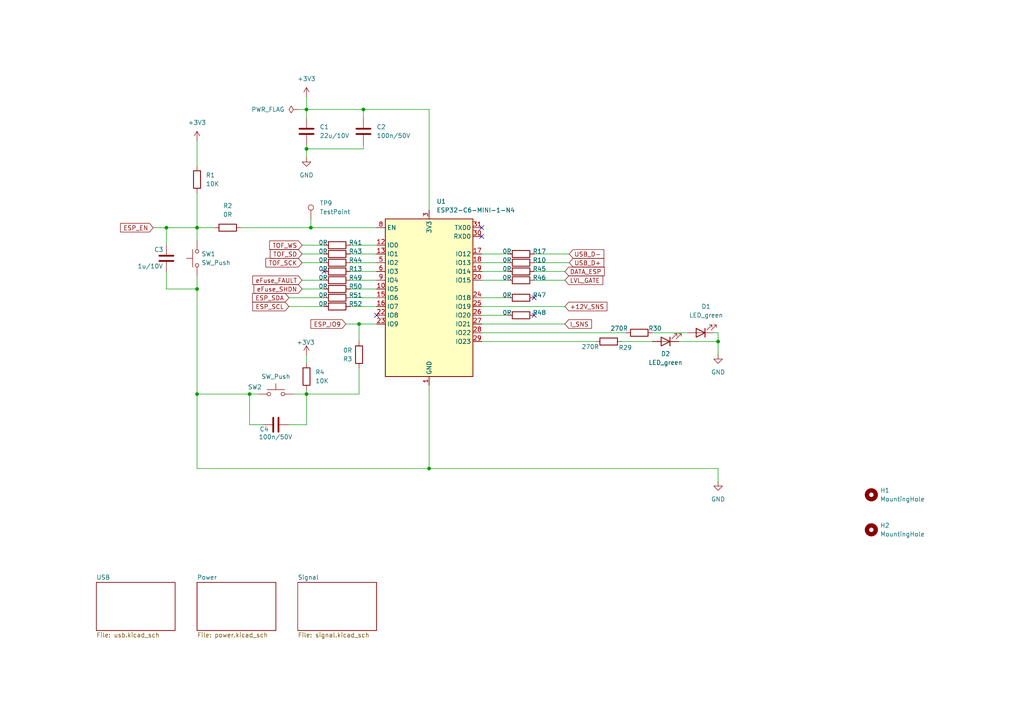
<source format=kicad_sch>
(kicad_sch (version 20250114) (generator "eeschema") (generator_version "9.0")
  (paper "A4")
  (title_block (title "LED stand lampe controller") (rev "2.0"))
  (lib_symbols
    (symbol "Connector:TestPoint" (pin_numbers (hide yes)) (pin_names (offset 0.762) (hide yes))
      (property "Reference" "TP" (at 0 6.858 0))
      (property "Value" "TestPoint" (at 0 5.08 0))
      (symbol "TestPoint_0_1"
        (circle (center 0 3.302) (radius 0.762))
      )
      (symbol "TestPoint_1_1"
        (pin passive line (at 0 0 90) (length 2.54) (name "1") (number "1"))
      )
    )
    (symbol "Device:C" (pin_numbers (hide yes)) (pin_names (offset 0.254))
      (property "Reference" "C" (at 0.635 2.54 0))
      (property "Value" "C" (at 0.635 -2.54 0))
      (symbol "C_0_1"
        (polyline (pts (xy -2.032 0.762) (xy 2.032 0.762)) (stroke (width 0.508)))
        (polyline (pts (xy -2.032 -0.762) (xy 2.032 -0.762)) (stroke (width 0.508)))
      )
      (symbol "C_1_1"
        (pin passive line (at 0 3.81 270) (length 2.794) (name "~") (number "1"))
        (pin passive line (at 0 -3.81 90) (length 2.794) (name "~") (number "2"))
      )
    )
    (symbol "Device:LED" (pin_numbers (hide yes)) (pin_names (offset 1.016) (hide yes))
      (property "Reference" "D" (at 0 2.54 0))
      (property "Value" "LED" (at 0 -2.54 0))
      (symbol "LED_0_1"
        (polyline (pts (xy -3.048 -0.762) (xy -4.572 -2.286) (xy -3.81 -2.286) (xy -4.572 -2.286) (xy -4.572 -1.524)))
        (polyline (pts (xy -1.778 -0.762) (xy -3.302 -2.286) (xy -2.54 -2.286) (xy -3.302 -2.286) (xy -3.302 -1.524)))
        (polyline (pts (xy -1.27 0) (xy 1.27 0)))
        (polyline (pts (xy -1.27 -1.27) (xy -1.27 1.27)) (stroke (width 0.254)))
        (polyline (pts (xy 1.27 -1.27) (xy 1.27 1.27) (xy -1.27 0) (xy 1.27 -1.27)) (stroke (width 0.254)))
      )
      (symbol "LED_1_1"
        (pin passive line (at -3.81 0 0) (length 2.54) (name "K") (number "1"))
        (pin passive line (at 3.81 0 180) (length 2.54) (name "A") (number "2"))
      )
    )
    (symbol "Device:R" (pin_numbers (hide yes)) (pin_names (offset 0))
      (property "Reference" "R" (at 2.032 0 90))
      (property "Value" "R" (at 0 0 90))
      (symbol "R_0_1"
        (rectangle (start -1.016 -2.54) (end 1.016 2.54) (stroke (width 0.254)))
      )
      (symbol "R_1_1"
        (pin passive line (at 0 3.81 270) (length 1.27) (name "~") (number "1"))
        (pin passive line (at 0 -3.81 90) (length 1.27) (name "~") (number "2"))
      )
    )
    (symbol "Mechanical:MountingHole" (pin_names (offset 1.016)) (in_bom no)
      (property "Reference" "H" (at 0 5.08 0))
      (property "Value" "MountingHole" (at 0 3.175 0))
      (symbol "MountingHole_0_1"
        (circle (center 0 0) (radius 1.27) (stroke (width 1.27)))
      )
    )
    (symbol "RF_Module:ESP32-C6-MINI-1"
      (property "Reference" "U" (at -11.43 24.13 0))
      (property "Value" "ESP32-C6-MINI-1" (at 12.7 24.13 0))
      (symbol "ESP32-C6-MINI-1_0_1"
        (rectangle (start -12.7 22.86) (end 12.7 -22.86) (stroke (width 0.254)) (fill (type background)))
      )
      (symbol "ESP32-C6-MINI-1_1_1"
        (pin input line (at -15.24 20.32 0) (length 2.54) (name "EN") (number "8"))
        (pin bidirectional line (at -15.24 15.24 0) (length 2.54) (name "IO0") (number "12"))
        (pin bidirectional line (at -15.24 12.7 0) (length 2.54) (name "IO1") (number "13"))
        (pin bidirectional line (at -15.24 10.16 0) (length 2.54) (name "IO2") (number "5"))
        (pin bidirectional line (at -15.24 7.62 0) (length 2.54) (name "IO3") (number "6"))
        (pin bidirectional line (at -15.24 5.08 0) (length 2.54) (name "IO4") (number "9"))
        (pin bidirectional line (at -15.24 2.54 0) (length 2.54) (name "IO5") (number "10"))
        (pin bidirectional line (at -15.24 0 0) (length 2.54) (name "IO6") (number "15"))
        (pin bidirectional line (at -15.24 -2.54 0) (length 2.54) (name "IO7") (number "16"))
        (pin bidirectional line (at -15.24 -5.08 0) (length 2.54) (name "IO8") (number "22"))
        (pin bidirectional line (at -15.24 -7.62 0) (length 2.54) (name "IO9") (number "23"))
        (pin no_connect line (at -12.7 -12.7 0) (length 2.54) (hide yes) (name "NC") (number "32"))
        (pin no_connect line (at -12.7 -15.24 0) (length 2.54) (hide yes) (name "NC") (number "33"))
        (pin no_connect line (at -12.7 -17.78 0) (length 2.54) (hide yes) (name "NC") (number "34"))
        (pin no_connect line (at -12.7 -20.32 0) (length 2.54) (hide yes) (name "NC") (number "35"))
        (pin power_in line (at 0 25.4 270) (length 2.54) (name "3V3") (number "3"))
        (pin power_in line (at 0 -25.4 90) (length 2.54) (name "GND") (number "1"))
        (pin passive line (at 0 -25.4 90) (length 2.54) (hide yes) (name "GND") (number "11"))
        (pin passive line (at 0 -25.4 90) (length 2.54) (hide yes) (name "GND") (number "14"))
        (pin passive line (at 0 -25.4 90) (length 2.54) (hide yes) (name "GND") (number "2"))
        (pin passive line (at 0 -25.4 90) (length 2.54) (hide yes) (name "GND") (number "36"))
        (pin passive line (at 0 -25.4 90) (length 2.54) (hide yes) (name "GND") (number "37"))
        (pin passive line (at 0 -25.4 90) (length 2.54) (hide yes) (name "GND") (number "38"))
        (pin passive line (at 0 -25.4 90) (length 2.54) (hide yes) (name "GND") (number "39"))
        (pin passive line (at 0 -25.4 90) (length 2.54) (hide yes) (name "GND") (number "40"))
        (pin passive line (at 0 -25.4 90) (length 2.54) (hide yes) (name "GND") (number "41"))
        (pin passive line (at 0 -25.4 90) (length 2.54) (hide yes) (name "GND") (number "42"))
        (pin passive line (at 0 -25.4 90) (length 2.54) (hide yes) (name "GND") (number "43"))
        (pin passive line (at 0 -25.4 90) (length 2.54) (hide yes) (name "GND") (number "44"))
        (pin passive line (at 0 -25.4 90) (length 2.54) (hide yes) (name "GND") (number "45"))
        (pin passive line (at 0 -25.4 90) (length 2.54) (hide yes) (name "GND") (number "46"))
        (pin passive line (at 0 -25.4 90) (length 2.54) (hide yes) (name "GND") (number "47"))
        (pin passive line (at 0 -25.4 90) (length 2.54) (hide yes) (name "GND") (number "48"))
        (pin passive line (at 0 -25.4 90) (length 2.54) (hide yes) (name "GND") (number "49"))
        (pin passive line (at 0 -25.4 90) (length 2.54) (hide yes) (name "GND") (number "50"))
        (pin passive line (at 0 -25.4 90) (length 2.54) (hide yes) (name "GND") (number "51"))
        (pin passive line (at 0 -25.4 90) (length 2.54) (hide yes) (name "GND") (number "52"))
        (pin passive line (at 0 -25.4 90) (length 2.54) (hide yes) (name "GND") (number "53"))
        (pin no_connect line (at 12.7 -15.24 180) (length 2.54) (hide yes) (name "NC") (number "4"))
        (pin no_connect line (at 12.7 -17.78 180) (length 2.54) (hide yes) (name "NC") (number "7"))
        (pin no_connect line (at 12.7 -20.32 180) (length 2.54) (hide yes) (name "NC") (number "21"))
        (pin bidirectional line (at 15.24 20.32 180) (length 2.54) (name "TXD0") (number "31"))
        (pin bidirectional line (at 15.24 17.78 180) (length 2.54) (name "RXD0") (number "30"))
        (pin bidirectional line (at 15.24 12.7 180) (length 2.54) (name "IO12") (number "17"))
        (pin bidirectional line (at 15.24 10.16 180) (length 2.54) (name "IO13") (number "18"))
        (pin bidirectional line (at 15.24 7.62 180) (length 2.54) (name "IO14") (number "19"))
        (pin bidirectional line (at 15.24 5.08 180) (length 2.54) (name "IO15") (number "20"))
        (pin bidirectional line (at 15.24 0 180) (length 2.54) (name "IO18") (number "24"))
        (pin bidirectional line (at 15.24 -2.54 180) (length 2.54) (name "IO19") (number "25"))
        (pin bidirectional line (at 15.24 -5.08 180) (length 2.54) (name "IO20") (number "26"))
        (pin bidirectional line (at 15.24 -7.62 180) (length 2.54) (name "IO21") (number "27"))
        (pin bidirectional line (at 15.24 -10.16 180) (length 2.54) (name "IO22") (number "28"))
        (pin bidirectional line (at 15.24 -12.7 180) (length 2.54) (name "IO23") (number "29"))
      )
    )
    (symbol "Switch:SW_Push" (pin_numbers (hide yes)) (pin_names (offset 1.016) (hide yes))
      (property "Reference" "SW" (at 1.27 2.54 0))
      (property "Value" "SW_Push" (at 0 -1.524 0))
      (symbol "SW_Push_0_1"
        (circle (center -2.032 0) (radius 0.508))
        (polyline (pts (xy 0 1.27) (xy 0 3.048)))
        (circle (center 2.032 0) (radius 0.508))
        (polyline (pts (xy 2.54 1.27) (xy -2.54 1.27)))
        (pin passive line (at -5.08 0 0) (length 2.54) (name "1") (number "1"))
        (pin passive line (at 5.08 0 180) (length 2.54) (name "2") (number "2"))
      )
    )
    (symbol "power:+3V3" (power) (pin_numbers (hide yes)) (pin_names (offset 0) (hide yes))
      (property "Value" "+3V3" (at 0 3.556 0))
      (symbol "+3V3_0_1"
        (polyline (pts (xy -0.762 1.27) (xy 0 2.54)))
        (polyline (pts (xy 0 2.54) (xy 0.762 1.27)))
        (polyline (pts (xy 0 0) (xy 0 2.54)))
      )
      (symbol "+3V3_1_1"
        (pin power_in line (at 0 0 90) (length 0) (name "~") (number "1"))
      )
    )
    (symbol "power:GND" (power) (pin_numbers (hide yes)) (pin_names (offset 0) (hide yes))
      (property "Value" "GND" (at 0 -3.81 0))
      (symbol "GND_0_1"
        (polyline (pts (xy 0 0) (xy 0 -1.27) (xy 1.27 -1.27) (xy 0 -2.54) (xy -1.27 -1.27) (xy 0 -1.27)))
      )
      (symbol "GND_1_1"
        (pin power_in line (at 0 0 270) (length 0) (name "~") (number "1"))
      )
    )
    (symbol "power:PWR_FLAG" (power) (pin_numbers (hide yes)) (pin_names (offset 0) (hide yes))
      (property "Value" "PWR_FLAG" (at 0 3.81 0))
      (symbol "PWR_FLAG_0_0"
        (pin power_out line (at 0 0 90) (length 0) (name "~") (number "1"))
      )
      (symbol "PWR_FLAG_0_1"
        (polyline (pts (xy 0 0) (xy 0 1.27) (xy -1.016 1.905) (xy 0 2.54) (xy 1.016 1.905) (xy 0 1.27)))
      )
    )
  )
  (junction (at 208.28 99.06))
  (junction (at 57.15 83.82))
  (junction (at 48.26 66.04))
  (junction (at 88.9 114.3))
  (junction (at 105.41 31.75))
  (junction (at 57.15 66.04))
  (junction (at 57.15 114.3))
  (junction (at 88.9 31.75))
  (junction (at 72.39 114.3))
  (junction (at 90.17 66.04))
  (junction (at 88.9 43.18))
  (junction (at 124.46 135.89))
  (junction (at 104.14 93.98))
  (no_connect (at 139.7 66.04))
  (no_connect (at 154.94 91.44))
  (no_connect (at 109.22 91.44))
  (no_connect (at 139.7 68.58))
  (no_connect (at 154.94 86.36))
  (no_connect (at 93.98 78.74))
  (wire (pts (xy 101.6 76.2) (xy 109.22 76.2)))
  (wire (pts (xy 124.46 111.76) (xy 124.46 135.89)))
  (wire (pts (xy 180.34 99.06) (xy 189.23 99.06)))
  (wire (pts (xy 139.7 78.74) (xy 147.32 78.74)))
  (wire (pts (xy 154.94 73.66) (xy 165.1 73.66)))
  (wire (pts (xy 139.7 96.52) (xy 181.61 96.52)))
  (wire (pts (xy 139.7 99.06) (xy 172.72 99.06)))
  (wire (pts (xy 139.7 73.66) (xy 147.32 73.66)))
  (wire (pts (xy 48.26 66.04) (xy 57.15 66.04)))
  (wire (pts (xy 88.9 43.18) (xy 105.41 43.18)))
  (wire (pts (xy 109.22 83.82) (xy 101.6 83.82)))
  (wire (pts (xy 72.39 123.19) (xy 72.39 114.3)))
  (wire (pts (xy 93.98 81.28) (xy 87.63 81.28)))
  (wire (pts (xy 139.7 81.28) (xy 147.32 81.28)))
  (wire (pts (xy 101.6 73.66) (xy 109.22 73.66)))
  (wire (pts (xy 100.33 93.98) (xy 104.14 93.98)))
  (wire (pts (xy 124.46 135.89) (xy 208.28 135.89)))
  (wire (pts (xy 109.22 81.28) (xy 101.6 81.28)))
  (wire (pts (xy 104.14 114.3) (xy 88.9 114.3)))
  (wire (pts (xy 139.7 86.36) (xy 147.32 86.36)))
  (wire (pts (xy 139.7 91.44) (xy 147.32 91.44)))
  (wire (pts (xy 69.85 66.04) (xy 90.17 66.04)))
  (wire (pts (xy 90.17 63.5) (xy 90.17 66.04)))
  (wire (pts (xy 88.9 113.03) (xy 88.9 114.3)))
  (wire (pts (xy 154.94 76.2) (xy 165.1 76.2)))
  (wire (pts (xy 104.14 93.98) (xy 104.14 99.06)))
  (wire (pts (xy 62.23 66.04) (xy 57.15 66.04)))
  (wire (pts (xy 105.41 31.75) (xy 124.46 31.75)))
  (wire (pts (xy 105.41 43.18) (xy 105.41 41.91)))
  (wire (pts (xy 154.94 78.74) (xy 163.83 78.74)))
  (wire (pts (xy 88.9 43.18) (xy 88.9 41.91)))
  (wire (pts (xy 101.6 78.74) (xy 109.22 78.74)))
  (wire (pts (xy 57.15 83.82) (xy 57.15 114.3)))
  (wire (pts (xy 44.45 66.04) (xy 48.26 66.04)))
  (wire (pts (xy 57.15 114.3) (xy 57.15 135.89)))
  (wire (pts (xy 90.17 66.04) (xy 109.22 66.04)))
  (wire (pts (xy 208.28 135.89) (xy 208.28 139.7)))
  (wire (pts (xy 57.15 114.3) (xy 72.39 114.3)))
  (wire (pts (xy 208.28 99.06) (xy 208.28 102.87)))
  (wire (pts (xy 207.01 96.52) (xy 208.28 96.52)))
  (wire (pts (xy 57.15 80.01) (xy 57.15 83.82)))
  (wire (pts (xy 88.9 31.75) (xy 105.41 31.75)))
  (wire (pts (xy 88.9 34.29) (xy 88.9 31.75)))
  (wire (pts (xy 87.63 73.66) (xy 93.98 73.66)))
  (wire (pts (xy 124.46 31.75) (xy 124.46 60.96)))
  (wire (pts (xy 87.63 76.2) (xy 93.98 76.2)))
  (wire (pts (xy 88.9 102.87) (xy 88.9 105.41)))
  (wire (pts (xy 57.15 66.04) (xy 57.15 69.85)))
  (wire (pts (xy 93.98 83.82) (xy 87.63 83.82)))
  (wire (pts (xy 83.82 123.19) (xy 88.9 123.19)))
  (wire (pts (xy 48.26 78.74) (xy 48.26 83.82)))
  (wire (pts (xy 88.9 123.19) (xy 88.9 114.3)))
  (wire (pts (xy 88.9 43.18) (xy 88.9 45.72)))
  (wire (pts (xy 72.39 114.3) (xy 74.93 114.3)))
  (wire (pts (xy 83.82 86.36) (xy 93.98 86.36)))
  (wire (pts (xy 163.83 93.98) (xy 139.7 93.98)))
  (wire (pts (xy 88.9 27.94) (xy 88.9 31.75)))
  (wire (pts (xy 101.6 86.36) (xy 109.22 86.36)))
  (wire (pts (xy 57.15 55.88) (xy 57.15 66.04)))
  (wire (pts (xy 104.14 93.98) (xy 109.22 93.98)))
  (wire (pts (xy 83.82 88.9) (xy 93.98 88.9)))
  (wire (pts (xy 139.7 76.2) (xy 147.32 76.2)))
  (wire (pts (xy 189.23 96.52) (xy 199.39 96.52)))
  (wire (pts (xy 76.2 123.19) (xy 72.39 123.19)))
  (wire (pts (xy 208.28 96.52) (xy 208.28 99.06)))
  (wire (pts (xy 163.83 88.9) (xy 139.7 88.9)))
  (wire (pts (xy 88.9 114.3) (xy 85.09 114.3)))
  (wire (pts (xy 105.41 34.29) (xy 105.41 31.75)))
  (wire (pts (xy 57.15 135.89) (xy 124.46 135.89)))
  (wire (pts (xy 87.63 71.12) (xy 93.98 71.12)))
  (wire (pts (xy 154.94 81.28) (xy 163.83 81.28)))
  (wire (pts (xy 48.26 83.82) (xy 57.15 83.82)))
  (wire (pts (xy 104.14 106.68) (xy 104.14 114.3)))
  (wire (pts (xy 101.6 71.12) (xy 109.22 71.12)))
  (wire (pts (xy 48.26 66.04) (xy 48.26 71.12)))
  (wire (pts (xy 57.15 40.64) (xy 57.15 48.26)))
  (wire (pts (xy 196.85 99.06) (xy 208.28 99.06)))
  (wire (pts (xy 101.6 88.9) (xy 109.22 88.9)))
  (wire (pts (xy 86.36 31.75) (xy 88.9 31.75)))
  (global_label "TOF_SD" (shape input) (at 87.63 73.66 180) (property "Intersheetrefs" "${INTERSHEET_REFS}" (effects (hide yes))))
  (global_label "eFuse_FAULT" (shape input) (at 87.63 81.28 180) (property "Intersheetrefs" "${INTERSHEET_REFS}" (effects (hide yes))))
  (global_label "ESP_SDA" (shape input) (at 83.82 86.36 180) (property "Intersheetrefs" "${INTERSHEET_REFS}" (effects (hide yes))))
  (global_label "LVL_GATE" (shape input) (at 163.83 81.28 0) (property "Intersheetrefs" "${INTERSHEET_REFS}" (effects (hide yes))))
  (global_label "I_SNS" (shape input) (at 163.83 93.98 0) (property "Intersheetrefs" "${INTERSHEET_REFS}" (effects (hide yes))))
  (global_label "DATA_ESP" (shape input) (at 163.83 78.74 0) (property "Intersheetrefs" "${INTERSHEET_REFS}" (effects (hide yes))))
  (global_label "USB_D-" (shape input) (at 165.1 73.66 0) (property "Intersheetrefs" "${INTERSHEET_REFS}" (effects (hide yes))))
  (global_label "ESP_SCL" (shape input) (at 83.82 88.9 180) (property "Intersheetrefs" "${INTERSHEET_REFS}" (effects (hide yes))))
  (global_label "USB_D+" (shape input) (at 165.1 76.2 0) (property "Intersheetrefs" "${INTERSHEET_REFS}" (effects (hide yes))))
  (global_label "TOF_WS" (shape input) (at 87.63 71.12 180) (property "Intersheetrefs" "${INTERSHEET_REFS}" (effects (hide yes))))
  (global_label "ESP_IO9" (shape input) (at 100.33 93.98 180) (property "Intersheetrefs" "${INTERSHEET_REFS}" (effects (hide yes))))
  (global_label "+12V_SNS" (shape input) (at 163.83 88.9 0) (property "Intersheetrefs" "${INTERSHEET_REFS}" (effects (hide yes))))
  (global_label "ESP_EN" (shape input) (at 44.45 66.04 180) (property "Intersheetrefs" "${INTERSHEET_REFS}" (effects (hide yes))))
  (global_label "TOF_SCK" (shape input) (at 87.63 76.2 180) (property "Intersheetrefs" "${INTERSHEET_REFS}" (effects (hide yes))))
  (global_label "eFuse_SHDN" (shape input) (at 87.63 83.82 180) (property "Intersheetrefs" "${INTERSHEET_REFS}" (effects (hide yes))))
  (symbol (lib_id "Device:R") (at 97.79 76.2 90) (unit 1)
    (property "Reference" "R44" (at 103.124 75.438 90))
    (property "Value" "0R" (at 93.726 75.438 90))
    (property "Footprint" "Resistor_SMD:R_0603_1608Metric" (effects (hide yes)))
    (property "Description" "Resistor" (effects (hide yes)))
  )
  (symbol (lib_id "Mechanical:MountingHole") (at 252.73 153.67 0) (unit 1) (in_bom no)
    (property "Reference" "H2" (at 255.27 152.3999 0) (effects (justify left)))
    (property "Value" "MountingHole" (at 255.27 154.9399 0) (effects (justify left)))
    (property "Footprint" "MountingHole:MountingHole_3.2mm_M3" (effects (hide yes)))
    (property "Description" "Mounting Hole without connection" (effects (hide yes)))
  )
  (symbol (lib_id "power:+3V3") (at 57.15 40.64 0) (unit 1)
    (property "Reference" "#PWR03" (effects (hide yes)))
    (property "Value" "+3V3" (at 57.15 35.56 0))
    (property "Description" "Power symbol creates a global label with name \"+3V3\"" (effects (hide yes)))
  )
  (symbol (lib_id "power:+3V3") (at 88.9 27.94 0) (unit 1)
    (property "Reference" "#PWR01" (effects (hide yes)))
    (property "Value" "+3V3" (at 88.9 22.86 0))
    (property "Description" "Power symbol creates a global label with name \"+3V3\"" (effects (hide yes)))
  )
  (symbol (lib_id "Device:R") (at 185.42 96.52 270) (unit 1)
    (property "Reference" "R30" (at 189.992 95.25 90))
    (property "Value" "270R" (at 179.578 95.25 90))
    (property "Footprint" "Resistor_SMD:R_0603_1608Metric" (effects (hide yes)))
    (property "Description" "Resistor" (effects (hide yes)))
    (property "ID" "s.nikoubin" (effects (hide yes)))
  )
  (symbol (lib_id "Device:R") (at 151.13 86.36 90) (unit 1)
    (property "Reference" "R47" (at 156.464 85.598 90))
    (property "Value" "0R" (at 147.066 85.598 90))
    (property "Footprint" "Resistor_SMD:R_0603_1608Metric" (effects (hide yes)))
    (property "Description" "Resistor" (effects (hide yes)))
  )
  (symbol (lib_id "Device:LED") (at 193.04 99.06 180) (unit 1)
    (property "Reference" "D2" (at 193.04 102.616 0))
    (property "Value" "LED_green" (at 193.04 105.156 0))
    (property "Footprint" "LED_SMD:LED_0603_1608Metric" (effects (hide yes)))
    (property "Datasheet" "https://www.we-online.com/components/products/datasheet/150060VS75000.pdf" (effects (hide yes)))
    (property "Description" "Light emitting diode" (effects (hide yes)))
    (property "Sim.Pins" "1=K 2=A" (effects (hide yes)))
    (property "MPN" "710-150060VS75000" (effects (hide yes)))
  )
  (symbol (lib_id "Device:R") (at 151.13 91.44 90) (unit 1)
    (property "Reference" "R48" (at 156.464 90.678 90))
    (property "Value" "0R" (at 147.066 90.678 90))
    (property "Footprint" "Resistor_SMD:R_0603_1608Metric" (effects (hide yes)))
    (property "Description" "Resistor" (effects (hide yes)))
  )
  (symbol (lib_id "Device:R") (at 151.13 73.66 90) (unit 1)
    (property "Reference" "R17" (at 156.464 72.898 90))
    (property "Value" "0R" (at 147.066 72.898 90))
    (property "Footprint" "Resistor_SMD:R_0603_1608Metric" (effects (hide yes)))
    (property "Description" "Resistor" (effects (hide yes)))
  )
  (symbol (lib_id "Switch:SW_Push") (at 57.15 74.93 90) (unit 1)
    (property "Reference" "SW1" (at 58.42 73.6599 90) (effects (justify right)))
    (property "Value" "SW_Push" (at 58.42 76.1999 90) (effects (justify right)))
    (property "Footprint" "Button_Switch_SMD:SW_Push_1P1T_NO_CK_KMR2" (effects (hide yes)))
    (property "Datasheet" "https://www.ckswitches.com/media/1479/kmr2.pdf" (effects (hide yes)))
    (property "Description" "Push button switch, generic, two pins" (effects (hide yes)))
    (property "MPN" "611-KMR231NGLFS" (effects (hide yes)))
    (property "ID" "s.nikoubin" (effects (hide yes)))
  )
  (symbol (lib_id "RF_Module:ESP32-C6-MINI-1") (at 124.46 86.36 0) (unit 1)
    (property "Reference" "U1" (at 126.6033 58.42 0) (effects (justify left)))
    (property "Value" "ESP32-C6-MINI-1-N4" (at 126.6033 60.96 0) (effects (justify left)))
    (property "Footprint" "RF_Module:ESP32-C6-MINI-1" (effects (hide yes)))
    (property "Datasheet" "https://www.espressif.com/sites/default/files/documentation/esp32-c6-mini-1_mini-1u_datasheet_en.pdf" (effects (hide yes)))
    (property "Description" "RF Module, ESP32-C6 SoC, Wi-Fi 802.11b/g/n/ax, Bluetooth, BLE, Zigbee, Thread, 32-bit, 3.3V, SMD, onboard antenna" (effects (hide yes)))
    (property "LCSC Part Number" "C5736265" (effects (hide yes)))
  )
  (symbol (lib_id "Device:R") (at 97.79 88.9 90) (unit 1)
    (property "Reference" "R52" (at 103.124 88.138 90))
    (property "Value" "0R" (at 93.726 88.138 90))
    (property "Footprint" "Resistor_SMD:R_0603_1608Metric" (effects (hide yes)))
    (property "Description" "Resistor" (effects (hide yes)))
  )
  (symbol (lib_id "Device:R") (at 104.14 102.87 180) (unit 1)
    (property "Reference" "R3" (at 100.838 104.14 0))
    (property "Value" "0R" (at 100.838 101.6 0))
    (property "Footprint" "Resistor_SMD:R_0603_1608Metric" (effects (hide yes)))
    (property "Description" "Resistor" (effects (hide yes)))
  )
  (symbol (lib_id "Device:R") (at 97.79 86.36 90) (unit 1)
    (property "Reference" "R51" (at 103.124 85.598 90))
    (property "Value" "0R" (at 93.726 85.598 90))
    (property "Footprint" "Resistor_SMD:R_0603_1608Metric" (effects (hide yes)))
    (property "Description" "Resistor" (effects (hide yes)))
  )
  (symbol (lib_id "Device:R") (at 57.15 52.07 0) (unit 1)
    (property "Reference" "R1" (at 59.69 50.7999 0) (effects (justify left)))
    (property "Value" "10K" (at 59.69 53.3399 0) (effects (justify left)))
    (property "Footprint" "Resistor_SMD:R_0603_1608Metric" (effects (hide yes)))
    (property "Description" "Resistor" (effects (hide yes)))
  )
  (symbol (lib_id "Device:C") (at 88.9 38.1 0) (unit 1)
    (property "Reference" "C1" (at 92.71 36.8299 0) (effects (justify left)))
    (property "Value" "22u/10V" (at 92.71 39.3699 0) (effects (justify left)))
    (property "Footprint" "Capacitor_SMD:C_1206_3216Metric" (effects (hide yes)))
    (property "Datasheet" "https://search.murata.co.jp/Ceramy/image/img/A01X/G101/ENG/GRM31CR71A226KE15-01.pdf" (effects (hide yes)))
    (property "Description" "Unpolarized capacitor" (effects (hide yes)))
    (property "MPN" "81-GRM31CR71A226K15L" (effects (hide yes)))
  )
  (symbol (lib_id "Device:C") (at 105.41 38.1 0) (unit 1)
    (property "Reference" "C2" (at 109.22 36.8299 0) (effects (justify left)))
    (property "Value" "100n/50V" (at 109.22 39.3699 0) (effects (justify left)))
    (property "Footprint" "Capacitor_SMD:C_0603_1608Metric" (effects (hide yes)))
    (property "Description" "Unpolarized capacitor" (effects (hide yes)))
  )
  (symbol (lib_id "Device:R") (at 97.79 81.28 90) (unit 1)
    (property "Reference" "R49" (at 103.124 80.518 90))
    (property "Value" "0R" (at 93.726 80.518 90))
    (property "Footprint" "Resistor_SMD:R_0603_1608Metric" (effects (hide yes)))
    (property "Description" "Resistor" (effects (hide yes)))
  )
  (symbol (lib_id "Mechanical:MountingHole") (at 252.73 143.51 0) (unit 1) (in_bom no)
    (property "Reference" "H1" (at 255.27 142.2399 0) (effects (justify left)))
    (property "Value" "MountingHole" (at 255.27 144.7799 0) (effects (justify left)))
    (property "Footprint" "MountingHole:MountingHole_3.2mm_M3" (effects (hide yes)))
    (property "Description" "Mounting Hole without connection" (effects (hide yes)))
  )
  (symbol (lib_id "Device:LED") (at 203.2 96.52 180) (unit 1)
    (property "Reference" "D1" (at 204.7875 88.9 0))
    (property "Value" "LED_green" (at 204.7875 91.44 0))
    (property "Footprint" "LED_SMD:LED_0603_1608Metric" (effects (hide yes)))
    (property "Datasheet" "https://www.we-online.com/components/products/datasheet/150060VS75000.pdf" (effects (hide yes)))
    (property "Description" "Light emitting diode" (effects (hide yes)))
    (property "Sim.Pins" "1=K 2=A" (effects (hide yes)))
    (property "MPN" "710-150060VS75000" (effects (hide yes)))
  )
  (symbol (lib_id "Device:C") (at 80.01 123.19 90) (unit 1)
    (property "Reference" "C4" (at 77.978 124.46 90) (effects (justify left)))
    (property "Value" "100n/50V" (at 84.836 126.746 90) (effects (justify left)))
    (property "Footprint" "Capacitor_SMD:C_0603_1608Metric" (effects (hide yes)))
    (property "Description" "Unpolarized capacitor" (effects (hide yes)))
  )
  (symbol (lib_id "Device:R") (at 176.53 99.06 90) (unit 1)
    (property "Reference" "R29" (at 181.356 100.838 90))
    (property "Value" "270R" (at 171.196 100.584 90))
    (property "Footprint" "Resistor_SMD:R_0603_1608Metric" (effects (hide yes)))
    (property "Description" "Resistor" (effects (hide yes)))
    (property "ID" "s.nikoubin" (effects (hide yes)))
  )
  (symbol (lib_id "power:+3V3") (at 88.9 102.87 0) (unit 1)
    (property "Reference" "#PWR06" (effects (hide yes)))
    (property "Value" "+3V3" (at 88.646 99.314 0))
    (property "Description" "Power symbol creates a global label with name \"+3V3\"" (effects (hide yes)))
  )
  (symbol (lib_id "power:GND") (at 208.28 139.7 0) (unit 1)
    (property "Reference" "#PWR08" (effects (hide yes)))
    (property "Value" "GND" (at 208.28 144.78 0))
    (property "Description" "Power symbol creates a global label with name \"GND\" , ground" (effects (hide yes)))
  )
  (symbol (lib_id "power:PWR_FLAG") (at 86.36 31.75 90) (unit 1)
    (property "Reference" "#FLG05" (effects (hide yes)))
    (property "Value" "PWR_FLAG" (at 82.55 31.7499 90) (effects (justify left)))
    (property "Description" "Special symbol for telling ERC where power comes from" (effects (hide yes)))
  )
  (symbol (lib_id "Device:R") (at 97.79 73.66 90) (unit 1)
    (property "Reference" "R43" (at 103.124 72.898 90))
    (property "Value" "0R" (at 93.726 72.898 90))
    (property "Footprint" "Resistor_SMD:R_0603_1608Metric" (effects (hide yes)))
    (property "Description" "Resistor" (effects (hide yes)))
  )
  (symbol (lib_id "Device:C") (at 48.26 74.93 0) (unit 1)
    (property "Reference" "C3" (at 44.704 72.39 0) (effects (justify left)))
    (property "Value" "1u/10V" (at 39.878 77.216 0) (effects (justify left)))
    (property "Footprint" "Capacitor_SMD:C_0603_1608Metric" (effects (hide yes)))
    (property "Description" "Unpolarized capacitor" (effects (hide yes)))
  )
  (symbol (lib_id "Device:R") (at 66.04 66.04 90) (unit 1)
    (property "Reference" "R2" (at 66.04 59.69 90))
    (property "Value" "0R" (at 66.04 62.23 90))
    (property "Footprint" "Resistor_SMD:R_0603_1608Metric" (effects (hide yes)))
    (property "Description" "Resistor" (effects (hide yes)))
  )
  (symbol (lib_id "Device:R") (at 97.79 78.74 90) (unit 1)
    (property "Reference" "R13" (at 103.124 77.978 90))
    (property "Value" "0R" (at 93.726 77.978 90))
    (property "Footprint" "Resistor_SMD:R_0603_1608Metric" (effects (hide yes)))
    (property "Description" "Resistor" (effects (hide yes)))
  )
  (symbol (lib_id "Device:R") (at 88.9 109.22 0) (unit 1)
    (property "Reference" "R4" (at 91.44 107.9499 0) (effects (justify left)))
    (property "Value" "10K" (at 91.44 110.4899 0) (effects (justify left)))
    (property "Footprint" "Resistor_SMD:R_0603_1608Metric" (effects (hide yes)))
    (property "Description" "Resistor" (effects (hide yes)))
  )
  (symbol (lib_id "power:GND") (at 208.28 102.87 0) (unit 1)
    (property "Reference" "#PWR035" (effects (hide yes)))
    (property "Value" "GND" (at 208.28 107.95 0))
    (property "Description" "Power symbol creates a global label with name \"GND\" , ground" (effects (hide yes)))
  )
  (symbol (lib_id "Device:R") (at 151.13 81.28 90) (unit 1)
    (property "Reference" "R46" (at 156.464 80.518 90))
    (property "Value" "0R" (at 147.066 80.518 90))
    (property "Footprint" "Resistor_SMD:R_0603_1608Metric" (effects (hide yes)))
    (property "Description" "Resistor" (effects (hide yes)))
  )
  (symbol (lib_id "Device:R") (at 97.79 71.12 90) (unit 1)
    (property "Reference" "R41" (at 103.124 70.358 90))
    (property "Value" "0R" (at 93.726 70.358 90))
    (property "Footprint" "Resistor_SMD:R_0603_1608Metric" (effects (hide yes)))
    (property "Description" "Resistor" (effects (hide yes)))
  )
  (symbol (lib_id "power:GND") (at 88.9 45.72 0) (unit 1)
    (property "Reference" "#PWR02" (effects (hide yes)))
    (property "Value" "GND" (at 88.9 50.8 0))
    (property "Description" "Power symbol creates a global label with name \"GND\" , ground" (effects (hide yes)))
  )
  (symbol (lib_id "Device:R") (at 151.13 76.2 90) (unit 1)
    (property "Reference" "R10" (at 156.464 75.438 90))
    (property "Value" "0R" (at 147.066 75.438 90))
    (property "Footprint" "Resistor_SMD:R_0603_1608Metric" (effects (hide yes)))
    (property "Description" "Resistor" (effects (hide yes)))
  )
  (symbol (lib_id "Device:R") (at 97.79 83.82 90) (unit 1)
    (property "Reference" "R50" (at 103.124 83.058 90))
    (property "Value" "0R" (at 93.726 83.058 90))
    (property "Footprint" "Resistor_SMD:R_0603_1608Metric" (effects (hide yes)))
    (property "Description" "Resistor" (effects (hide yes)))
  )
  (symbol (lib_id "Switch:SW_Push") (at 80.01 114.3 0) (mirror y) (unit 1)
    (property "Reference" "SW2" (at 73.914 112.268 0))
    (property "Value" "SW_Push" (at 80.01 109.22 0))
    (property "Footprint" "Button_Switch_SMD:SW_Push_1P1T_NO_CK_KMR2" (effects (hide yes)))
    (property "Datasheet" "https://www.ckswitches.com/media/1479/kmr2.pdf" (effects (hide yes)))
    (property "Description" "Push button switch, generic, two pins" (effects (hide yes)))
    (property "MPN" "611-KMR231NGLFS" (effects (hide yes)))
    (property "ID" "s.nikoubin" (effects (hide yes)))
  )
  (symbol (lib_id "Connector:TestPoint") (at 90.17 63.5 0) (unit 1)
    (property "Reference" "TP9" (at 92.71 58.9279 0) (effects (justify left)))
    (property "Value" "TestPoint" (at 92.71 61.4679 0) (effects (justify left)))
    (property "Footprint" "TestPoint:TestPoint_Pad_D1.0mm" (effects (hide yes)))
    (property "Description" "test point" (effects (hide yes)))
  )
  (symbol (lib_id "Device:R") (at 151.13 78.74 90) (unit 1)
    (property "Reference" "R45" (at 156.464 77.978 90))
    (property "Value" "0R" (at 147.066 77.978 90))
    (property "Footprint" "Resistor_SMD:R_0603_1608Metric" (effects (hide yes)))
    (property "Description" "Resistor" (effects (hide yes)))
  )
  (sheet (at 27.94 168.91) (size 22.86 13.97) (stroke (width 0.1524))
    (property "Sheetname" "USB" (at 27.94 168.1984 0) (effects (justify left bottom)))
    (property "Sheetfile" "usb.kicad_sch" (at 27.94 183.4646 0) (effects (justify left top)))
  )
  (sheet (at 86.36 168.91) (size 22.86 13.97) (stroke (width 0.1524))
    (property "Sheetname" "Signal" (at 86.36 168.1984 0) (effects (justify left bottom)))
    (property "Sheetfile" "signal.kicad_sch" (at 86.36 183.4646 0) (effects (justify left top)))
  )
  (sheet (at 57.15 168.91) (size 22.86 13.97) (stroke (width 0.1524))
    (property "Sheetname" "Power" (at 57.15 168.1984 0) (effects (justify left bottom)))
    (property "Sheetfile" "power.kicad_sch" (at 57.15 183.4646 0) (effects (justify left top)))
  )
)
</source>
